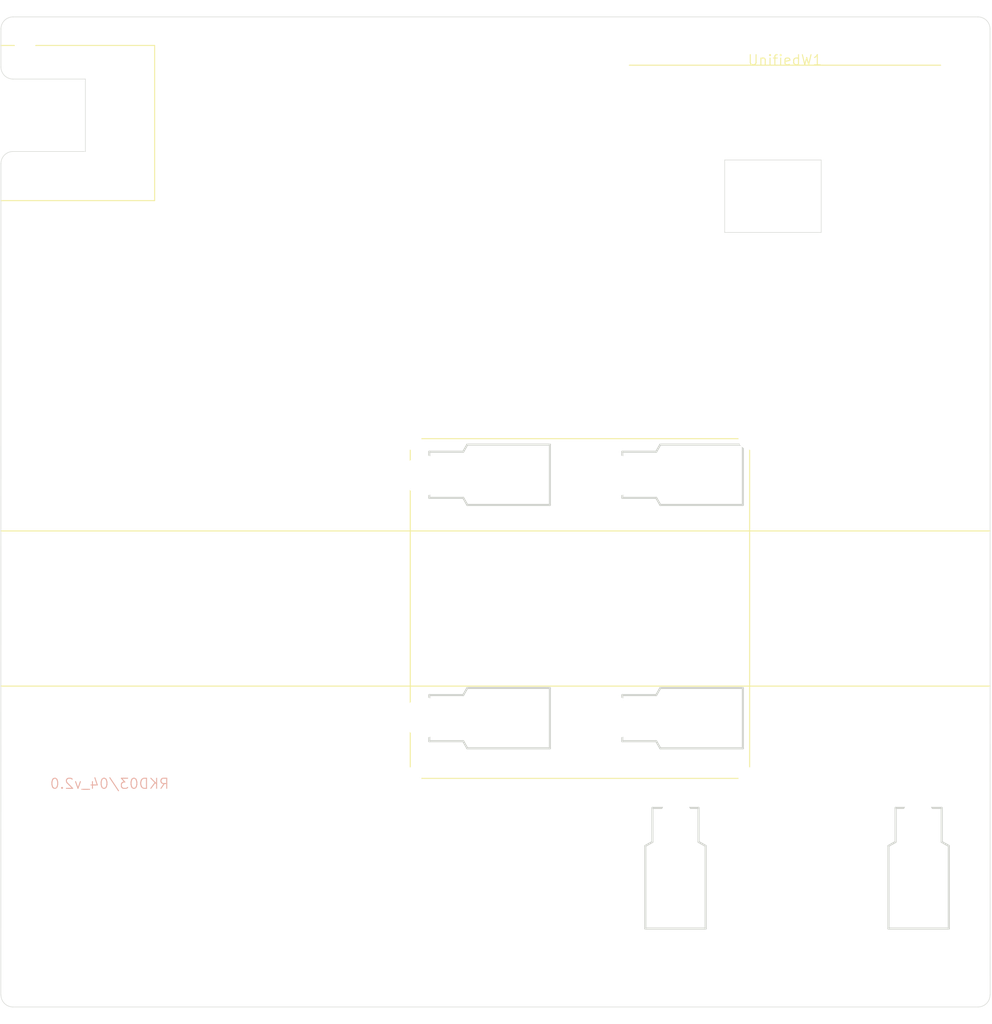
<source format=kicad_pcb>
(kicad_pcb (version 20240108) (generator "pcbnew") (generator_version "8.0")
  (layers (0 "F.Cu" signal) (31 "B.Cu" signal) (34 "B.Paste" user) (35 "F.Paste" user) (36 "B.SilkS" user "B.Silkscreen") (37 "F.SilkS" user "F.Silkscreen") (38 "B.Mask" user) (39 "F.Mask" user) (44 "Edge.Cuts" user))
  (net 0 "")
  (footprint "Rikkodo_FootPrint:rkd_SekiBall_ScrewHall" (layer "F.Cu") (at 100.012584 75.009438 90)
    (property "Reference" "REF**" (hide yes))
    (property "Value" "rkd_SekiBall_ScrewHall")
    (pad "" np_thru_hole oval (at -4.2 -5.1 90) (size 2.4 1.6) (drill oval 2.4 1.6) (layers "*.Cu" "*.Mask" "In1.Cu" "In2.Cu" "In3.Cu" "In4.Cu" "In5.Cu" "In6.Cu" "In7.Cu" "In8.Cu" "In9.Cu" "In10.Cu" "In11.Cu" "In12.Cu" "In13.Cu" "In14.Cu" "In15.Cu" "In16.Cu" "In17.Cu" "In18.Cu" "In19.Cu" "In20.Cu" "In21.Cu" "In22.Cu" "In23.Cu" "In24.Cu" "In25.Cu" "In26.Cu" "In27.Cu" "In28.Cu" "In29.Cu" "In30.Cu"))
    (pad "" np_thru_hole oval (at -4.2 5.1 90) (size 2.4 1.6) (drill oval 2.4 1.6) (layers "*.Cu" "*.Mask" "In1.Cu" "In2.Cu" "In3.Cu" "In4.Cu" "In5.Cu" "In6.Cu" "In7.Cu" "In8.Cu" "In9.Cu" "In10.Cu" "In11.Cu" "In12.Cu" "In13.Cu" "In14.Cu" "In15.Cu" "In16.Cu" "In17.Cu" "In18.Cu" "In19.Cu" "In20.Cu" "In21.Cu" "In22.Cu" "In23.Cu" "In24.Cu" "In25.Cu" "In26.Cu" "In27.Cu" "In28.Cu" "In29.Cu" "In30.Cu"))
    (pad "" np_thru_hole oval (at 4.2 -5.1 90) (size 2.4 1.6) (drill oval 2.4 1.6) (layers "*.Cu" "*.Mask" "In1.Cu" "In2.Cu" "In3.Cu" "In4.Cu" "In5.Cu" "In6.Cu" "In7.Cu" "In8.Cu" "In9.Cu" "In10.Cu" "In11.Cu" "In12.Cu" "In13.Cu" "In14.Cu" "In15.Cu" "In16.Cu" "In17.Cu" "In18.Cu" "In19.Cu" "In20.Cu" "In21.Cu" "In22.Cu" "In23.Cu" "In24.Cu" "In25.Cu" "In26.Cu" "In27.Cu" "In28.Cu" "In29.Cu" "In30.Cu"))
    (pad "" np_thru_hole oval (at 4.2 5.1 90) (size 2.4 1.6) (drill oval 2.4 1.6) (layers "*.Cu" "*.Mask" "In1.Cu" "In2.Cu" "In3.Cu" "In4.Cu" "In5.Cu" "In6.Cu" "In7.Cu" "In8.Cu" "In9.Cu" "In10.Cu" "In11.Cu" "In12.Cu" "In13.Cu" "In14.Cu" "In15.Cu" "In16.Cu" "In17.Cu" "In18.Cu" "In19.Cu" "In20.Cu" "In21.Cu" "In22.Cu" "In23.Cu" "In24.Cu" "In25.Cu" "In26.Cu" "In27.Cu" "In28.Cu" "In29.Cu" "In30.Cu"))
  )
  (footprint "kbd_Hole:m2_Screw_Hole" (layer "F.Cu") (at 138.1125 111.91875)
    (property "Reference" "Ref**")
    (property "Value" "Val**")
    (pad "" np_thru_hole circle (at 0 0) (size 2.2 2.2) (drill 2.2) (layers "*.Cu" "*.Mask" "In1.Cu" "In2.Cu" "In3.Cu" "In4.Cu" "In5.Cu" "In6.Cu" "In7.Cu" "In8.Cu" "In9.Cu" "In10.Cu" "In11.Cu" "In12.Cu" "In13.Cu" "In14.Cu" "In15.Cu" "In16.Cu" "In17.Cu" "In18.Cu" "In19.Cu" "In20.Cu" "In21.Cu" "In22.Cu" "In23.Cu" "In24.Cu" "In25.Cu" "In26.Cu" "In27.Cu" "In28.Cu" "In29.Cu" "In30.Cu"))
  )
  (footprint "Rikkodo_FootPrint:rkd_picot5400_BTM" (layer "F.Cu") (at 100.0125 75.009375)
    (property "Reference" "Picot1" (hide yes))
    (property "Value" "rkd_picot5400_BTM")
    (fp_line (start -16.75 -16.75) (end -16.75 16.75) (stroke (width 0.1)) (layer "F.SilkS"))
    (fp_line (start -16.75 -16.75) (end 16.75 -16.75) (stroke (width 0.1)) (layer "F.SilkS"))
    (fp_line (start -16.75 16.75) (end 16.75 16.75) (stroke (width 0.1)) (layer "F.SilkS"))
    (fp_line (start 16.75 16.75) (end 16.75 -16.75) (stroke (width 0.1)) (layer "F.SilkS"))
    (pad "" np_thru_hole circle (at -16.75 -16.75) (size 2.2 2.2) (drill 2.2) (layers "*.Cu" "*.Mask" "In1.Cu" "In2.Cu" "In3.Cu" "In4.Cu" "In5.Cu" "In6.Cu" "In7.Cu" "In8.Cu" "In9.Cu" "In10.Cu" "In11.Cu" "In12.Cu" "In13.Cu" "In14.Cu" "In15.Cu" "In16.Cu" "In17.Cu" "In18.Cu" "In19.Cu" "In20.Cu" "In21.Cu" "In22.Cu" "In23.Cu" "In24.Cu" "In25.Cu" "In26.Cu" "In27.Cu" "In28.Cu" "In29.Cu" "In30.Cu"))
    (pad "" np_thru_hole circle (at -16.75 16.75) (size 2.2 2.2) (drill 2.2) (layers "*.Cu" "*.Mask" "In1.Cu" "In2.Cu" "In3.Cu" "In4.Cu" "In5.Cu" "In6.Cu" "In7.Cu" "In8.Cu" "In9.Cu" "In10.Cu" "In11.Cu" "In12.Cu" "In13.Cu" "In14.Cu" "In15.Cu" "In16.Cu" "In17.Cu" "In18.Cu" "In19.Cu" "In20.Cu" "In21.Cu" "In22.Cu" "In23.Cu" "In24.Cu" "In25.Cu" "In26.Cu" "In27.Cu" "In28.Cu" "In29.Cu" "In30.Cu"))
    (pad "" np_thru_hole circle (at 16.75 -16.75) (size 2.2 2.2) (drill 2.2) (layers "*.Cu" "*.Mask" "In1.Cu" "In2.Cu" "In3.Cu" "In4.Cu" "In5.Cu" "In6.Cu" "In7.Cu" "In8.Cu" "In9.Cu" "In10.Cu" "In11.Cu" "In12.Cu" "In13.Cu" "In14.Cu" "In15.Cu" "In16.Cu" "In17.Cu" "In18.Cu" "In19.Cu" "In20.Cu" "In21.Cu" "In22.Cu" "In23.Cu" "In24.Cu" "In25.Cu" "In26.Cu" "In27.Cu" "In28.Cu" "In29.Cu" "In30.Cu"))
    (pad "" np_thru_hole circle (at 16.75 16.75) (size 2.2 2.2) (drill 2.2) (layers "*.Cu" "*.Mask" "In1.Cu" "In2.Cu" "In3.Cu" "In4.Cu" "In5.Cu" "In6.Cu" "In7.Cu" "In8.Cu" "In9.Cu" "In10.Cu" "In11.Cu" "In12.Cu" "In13.Cu" "In14.Cu" "In15.Cu" "In16.Cu" "In17.Cu" "In18.Cu" "In19.Cu" "In20.Cu" "In21.Cu" "In22.Cu" "In23.Cu" "In24.Cu" "In25.Cu" "In26.Cu" "In27.Cu" "In28.Cu" "In29.Cu" "In30.Cu"))
  )
  (footprint "kbd_SW:CherryMX_stab_2u" (layer "F.Cu") (at 73.81875 73.81875 -90)
    (property "Reference" "SW2" (hide yes))
    (property "Value" "KEY_SWITCH" (hide yes))
    (pad "" np_thru_hole circle (at -11.938 -6.985 90) (size 3.048 3.048) (drill 3.048) (layers "*.Cu" "*.Mask" "In1.Cu" "In2.Cu" "In3.Cu" "In4.Cu" "In5.Cu" "In6.Cu" "In7.Cu" "In8.Cu" "In9.Cu" "In10.Cu" "In11.Cu" "In12.Cu" "In13.Cu" "In14.Cu" "In15.Cu" "In16.Cu" "In17.Cu" "In18.Cu" "In19.Cu" "In20.Cu" "In21.Cu" "In22.Cu" "In23.Cu" "In24.Cu" "In25.Cu" "In26.Cu" "In27.Cu" "In28.Cu" "In29.Cu" "In30.Cu"))
    (pad "" np_thru_hole circle (at -11.938 8.255 90) (size 3.9878 3.9878) (drill 3.9878) (layers "*.Cu" "*.Mask" "In1.Cu" "In2.Cu" "In3.Cu" "In4.Cu" "In5.Cu" "In6.Cu" "In7.Cu" "In8.Cu" "In9.Cu" "In10.Cu" "In11.Cu" "In12.Cu" "In13.Cu" "In14.Cu" "In15.Cu" "In16.Cu" "In17.Cu" "In18.Cu" "In19.Cu" "In20.Cu" "In21.Cu" "In22.Cu" "In23.Cu" "In24.Cu" "In25.Cu" "In26.Cu" "In27.Cu" "In28.Cu" "In29.Cu" "In30.Cu"))
    (pad "" np_thru_hole circle (at 11.938 -6.985 90) (size 3.048 3.048) (drill 3.048) (layers "*.Cu" "*.Mask" "In1.Cu" "In2.Cu" "In3.Cu" "In4.Cu" "In5.Cu" "In6.Cu" "In7.Cu" "In8.Cu" "In9.Cu" "In10.Cu" "In11.Cu" "In12.Cu" "In13.Cu" "In14.Cu" "In15.Cu" "In16.Cu" "In17.Cu" "In18.Cu" "In19.Cu" "In20.Cu" "In21.Cu" "In22.Cu" "In23.Cu" "In24.Cu" "In25.Cu" "In26.Cu" "In27.Cu" "In28.Cu" "In29.Cu" "In30.Cu"))
    (pad "" np_thru_hole circle (at 11.938 8.255 90) (size 3.9878 3.9878) (drill 3.9878) (layers "*.Cu" "*.Mask" "In1.Cu" "In2.Cu" "In3.Cu" "In4.Cu" "In5.Cu" "In6.Cu" "In7.Cu" "In8.Cu" "In9.Cu" "In10.Cu" "In11.Cu" "In12.Cu" "In13.Cu" "In14.Cu" "In15.Cu" "In16.Cu" "In17.Cu" "In18.Cu" "In19.Cu" "In20.Cu" "In21.Cu" "In22.Cu" "In23.Cu" "In24.Cu" "In25.Cu" "In26.Cu" "In27.Cu" "In28.Cu" "In29.Cu" "In30.Cu"))
  )
  (footprint "kbd_SW:CherryMX_stab_2u" (layer "F.Cu") (at 64.2937 102.3938)
    (property "Reference" "SW1" (hide yes))
    (property "Value" "SW_PUSH" (hide yes))
    (pad "" np_thru_hole circle (at -11.938 -6.985 180) (size 3.048 3.048) (drill 3.048) (layers "*.Cu" "*.Mask" "In1.Cu" "In2.Cu" "In3.Cu" "In4.Cu" "In5.Cu" "In6.Cu" "In7.Cu" "In8.Cu" "In9.Cu" "In10.Cu" "In11.Cu" "In12.Cu" "In13.Cu" "In14.Cu" "In15.Cu" "In16.Cu" "In17.Cu" "In18.Cu" "In19.Cu" "In20.Cu" "In21.Cu" "In22.Cu" "In23.Cu" "In24.Cu" "In25.Cu" "In26.Cu" "In27.Cu" "In28.Cu" "In29.Cu" "In30.Cu"))
    (pad "" np_thru_hole circle (at -11.938 8.255 180) (size 3.9878 3.9878) (drill 3.9878) (layers "*.Cu" "*.Mask" "In1.Cu" "In2.Cu" "In3.Cu" "In4.Cu" "In5.Cu" "In6.Cu" "In7.Cu" "In8.Cu" "In9.Cu" "In10.Cu" "In11.Cu" "In12.Cu" "In13.Cu" "In14.Cu" "In15.Cu" "In16.Cu" "In17.Cu" "In18.Cu" "In19.Cu" "In20.Cu" "In21.Cu" "In22.Cu" "In23.Cu" "In24.Cu" "In25.Cu" "In26.Cu" "In27.Cu" "In28.Cu" "In29.Cu" "In30.Cu"))
    (pad "" np_thru_hole circle (at 11.938 -6.985 180) (size 3.048 3.048) (drill 3.048) (layers "*.Cu" "*.Mask" "In1.Cu" "In2.Cu" "In3.Cu" "In4.Cu" "In5.Cu" "In6.Cu" "In7.Cu" "In8.Cu" "In9.Cu" "In10.Cu" "In11.Cu" "In12.Cu" "In13.Cu" "In14.Cu" "In15.Cu" "In16.Cu" "In17.Cu" "In18.Cu" "In19.Cu" "In20.Cu" "In21.Cu" "In22.Cu" "In23.Cu" "In24.Cu" "In25.Cu" "In26.Cu" "In27.Cu" "In28.Cu" "In29.Cu" "In30.Cu"))
    (pad "" np_thru_hole circle (at 11.938 8.255 180) (size 3.9878 3.9878) (drill 3.9878) (layers "*.Cu" "*.Mask" "In1.Cu" "In2.Cu" "In3.Cu" "In4.Cu" "In5.Cu" "In6.Cu" "In7.Cu" "In8.Cu" "In9.Cu" "In10.Cu" "In11.Cu" "In12.Cu" "In13.Cu" "In14.Cu" "In15.Cu" "In16.Cu" "In17.Cu" "In18.Cu" "In19.Cu" "In20.Cu" "In21.Cu" "In22.Cu" "In23.Cu" "In24.Cu" "In25.Cu" "In26.Cu" "In27.Cu" "In28.Cu" "In29.Cu" "In30.Cu"))
  )
  (footprint "kbd_Hole:m2_Screw_Hole" (layer "F.Cu") (at 45.24375 111.91875)
    (property "Reference" "Ref**")
    (property "Value" "Val**")
    (pad "" np_thru_hole circle (at 0 0) (size 2.2 2.2) (drill 2.2) (layers "*.Cu" "*.Mask" "In1.Cu" "In2.Cu" "In3.Cu" "In4.Cu" "In5.Cu" "In6.Cu" "In7.Cu" "In8.Cu" "In9.Cu" "In10.Cu" "In11.Cu" "In12.Cu" "In13.Cu" "In14.Cu" "In15.Cu" "In16.Cu" "In17.Cu" "In18.Cu" "In19.Cu" "In20.Cu" "In21.Cu" "In22.Cu" "In23.Cu" "In24.Cu" "In25.Cu" "In26.Cu" "In27.Cu" "In28.Cu" "In29.Cu" "In30.Cu"))
  )
  (footprint "kbd_Hole:m2_Screw_Hole" (layer "F.Cu") (at 97.63125 19.05)
    (property "Reference" "Ref**")
    (property "Value" "Val**")
    (pad "" np_thru_hole circle (at 0 0) (size 2.2 2.2) (drill 2.2) (layers "*.Cu" "*.Mask" "In1.Cu" "In2.Cu" "In3.Cu" "In4.Cu" "In5.Cu" "In6.Cu" "In7.Cu" "In8.Cu" "In9.Cu" "In10.Cu" "In11.Cu" "In12.Cu" "In13.Cu" "In14.Cu" "In15.Cu" "In16.Cu" "In17.Cu" "In18.Cu" "In19.Cu" "In20.Cu" "In21.Cu" "In22.Cu" "In23.Cu" "In24.Cu" "In25.Cu" "In26.Cu" "In27.Cu" "In28.Cu" "In29.Cu" "In30.Cu"))
  )
  (footprint "Rikkodo_FootPrint:rkd_unified_wid_BTM" (layer "F.Cu") (at 120.253125 21.43125)
    (property "Reference" "UnifiedW1" (at 0 -0.5 0) (layer "F.SilkS") (effects (font (thickness 0.1))))
    (property "Value" "rkd_unified_wid_BTM" (hide yes))
    (fp_line (start 16.5 0) (end -16.5 0) (stroke (width 0.1)) (layer "F.SilkS"))
    (pad "" np_thru_hole circle (at -16.5 0) (size 2.2 2.2) (drill 2.2) (layers "*.Cu" "*.Mask" "In1.Cu" "In2.Cu" "In3.Cu" "In4.Cu" "In5.Cu" "In6.Cu" "In7.Cu" "In8.Cu" "In9.Cu" "In10.Cu" "In11.Cu" "In12.Cu" "In13.Cu" "In14.Cu" "In15.Cu" "In16.Cu" "In17.Cu" "In18.Cu" "In19.Cu" "In20.Cu" "In21.Cu" "In22.Cu" "In23.Cu" "In24.Cu" "In25.Cu" "In26.Cu" "In27.Cu" "In28.Cu" "In29.Cu" "In30.Cu"))
    (pad "" np_thru_hole circle (at 16.5 0) (size 2.2 2.2) (drill 2.2) (layers "*.Cu" "*.Mask" "In1.Cu" "In2.Cu" "In3.Cu" "In4.Cu" "In5.Cu" "In6.Cu" "In7.Cu" "In8.Cu" "In9.Cu" "In10.Cu" "In11.Cu" "In12.Cu" "In13.Cu" "In14.Cu" "In15.Cu" "In16.Cu" "In17.Cu" "In18.Cu" "In19.Cu" "In20.Cu" "In21.Cu" "In22.Cu" "In23.Cu" "In24.Cu" "In25.Cu" "In26.Cu" "In27.Cu" "In28.Cu" "In29.Cu" "In30.Cu"))
  )
  (footprint "Rikkodo_FootPrint:rkd_Bot_ChocV2_2u" (layer "F.Cu") (at 111.91875 73.81875 90)
    (property "Reference" "SW2" (hide yes))
    (property "Value" "KEY_SWITCH" (hide yes))
    (fp_line (start 9.725 -7.725) (end 14.275 -7.725) (stroke (width 0.2)) (layer "Edge.Cuts"))
    (fp_line (start -14.275 -7.725) (end -9.725 -7.725) (stroke (width 0.2)) (layer "Edge.Cuts"))
    (fp_line (start 14.275 -4.375) (end 14.275 -7.725) (stroke (width 0.2)) (layer "Edge.Cuts"))
    (fp_line (start 14.275 -4.375) (end 14.975 -3.975) (stroke (width 0.2)) (layer "Edge.Cuts"))
    (fp_line (start 9.725 -4.375) (end 9.725 -7.725) (stroke (width 0.2)) (layer "Edge.Cuts"))
    (fp_line (start 9.725 -4.375) (end 9.025 -3.975) (stroke (width 0.2)) (layer "Edge.Cuts"))
    (fp_line (start -9.725 -4.375) (end -9.725 -7.725) (stroke (width 0.2)) (layer "Edge.Cuts"))
    (fp_line (start -9.725 -4.375) (end -9.025 -3.975) (stroke (width 0.2)) (layer "Edge.Cuts"))
    (fp_line (start -14.275 -4.375) (end -14.275 -7.725) (stroke (width 0.2)) (layer "Edge.Cuts"))
    (fp_line (start -14.275 -4.375) (end -14.975 -3.975) (stroke (width 0.2)) (layer "Edge.Cuts"))
    (fp_line (start 14.975 -3.975) (end 14.975 4.175) (stroke (width 0.2)) (layer "Edge.Cuts"))
    (fp_line (start 9.025 -3.975) (end 9.025 4.175) (stroke (width 0.2)) (layer "Edge.Cuts"))
    (fp_line (start -9.025 -3.975) (end -9.025 4.175) (stroke (width 0.2)) (layer "Edge.Cuts"))
    (fp_line (start -14.975 -3.975) (end -14.975 4.175) (stroke (width 0.2)) (layer "Edge.Cuts"))
    (fp_line (start 14.975 4.175) (end 9.025 4.175) (stroke (width 0.2)) (layer "Edge.Cuts"))
    (fp_line (start -9.025 4.175) (end -14.975 4.175) (stroke (width 0.2)) (layer "Edge.Cuts"))
  )
  (footprint "kbd_Hole:m2_Screw_Hole" (layer "F.Cu") (at 45.24375 19.05)
    (property "Reference" "Ref**")
    (property "Value" "Val**")
    (pad "" np_thru_hole circle (at 0 0) (size 2.2 2.2) (drill 2.2) (layers "*.Cu" "*.Mask" "In1.Cu" "In2.Cu" "In3.Cu" "In4.Cu" "In5.Cu" "In6.Cu" "In7.Cu" "In8.Cu" "In9.Cu" "In10.Cu" "In11.Cu" "In12.Cu" "In13.Cu" "In14.Cu" "In15.Cu" "In16.Cu" "In17.Cu" "In18.Cu" "In19.Cu" "In20.Cu" "In21.Cu" "In22.Cu" "In23.Cu" "In24.Cu" "In25.Cu" "In26.Cu" "In27.Cu" "In28.Cu" "In29.Cu" "In30.Cu"))
  )
  (footprint "Rikkodo_FootPrint:rkd_Bot_ChocV2_2u" (layer "F.Cu") (at 92.86875 73.81875 90)
    (property "Reference" "SW2" (hide yes))
    (property "Value" "KEY_SWITCH" (hide yes))
    (fp_line (start 9.725 -7.725) (end 14.275 -7.725) (stroke (width 0.2)) (layer "Edge.Cuts"))
    (fp_line (start -14.275 -7.725) (end -9.725 -7.725) (stroke (width 0.2)) (layer "Edge.Cuts"))
    (fp_line (start 14.275 -4.375) (end 14.275 -7.725) (stroke (width 0.2)) (layer "Edge.Cuts"))
    (fp_line (start 14.275 -4.375) (end 14.975 -3.975) (stroke (width 0.2)) (layer "Edge.Cuts"))
    (fp_line (start 9.725 -4.375) (end 9.725 -7.725) (stroke (width 0.2)) (layer "Edge.Cuts"))
    (fp_line (start 9.725 -4.375) (end 9.025 -3.975) (stroke (width 0.2)) (layer "Edge.Cuts"))
    (fp_line (start -9.725 -4.375) (end -9.725 -7.725) (stroke (width 0.2)) (layer "Edge.Cuts"))
    (fp_line (start -9.725 -4.375) (end -9.025 -3.975) (stroke (width 0.2)) (layer "Edge.Cuts"))
    (fp_line (start -14.275 -4.375) (end -14.275 -7.725) (stroke (width 0.2)) (layer "Edge.Cuts"))
    (fp_line (start -14.275 -4.375) (end -14.975 -3.975) (stroke (width 0.2)) (layer "Edge.Cuts"))
    (fp_line (start 14.975 -3.975) (end 14.975 4.175) (stroke (width 0.2)) (layer "Edge.Cuts"))
    (fp_line (start 9.025 -3.975) (end 9.025 4.175) (stroke (width 0.2)) (layer "Edge.Cuts"))
    (fp_line (start -9.025 -3.975) (end -9.025 4.175) (stroke (width 0.2)) (layer "Edge.Cuts"))
    (fp_line (start -14.975 -3.975) (end -14.975 4.175) (stroke (width 0.2)) (layer "Edge.Cuts"))
    (fp_line (start 14.975 4.175) (end 9.025 4.175) (stroke (width 0.2)) (layer "Edge.Cuts"))
    (fp_line (start -9.025 4.175) (end -14.975 4.175) (stroke (width 0.2)) (layer "Edge.Cuts"))
  )
  (footprint "Rikkodo_FootPrint:rkd_SekiBall_ScrewHall" (layer "F.Cu") (at 130.96886 31.551589 90)
    (property "Reference" "REF**" (hide yes))
    (property "Value" "rkd_SekiBall_ScrewHall")
    (pad "" np_thru_hole oval (at -4.2 -5.1 90) (size 2.4 1.6) (drill oval 2.4 1.6) (layers "*.Cu" "*.Mask" "In1.Cu" "In2.Cu" "In3.Cu" "In4.Cu" "In5.Cu" "In6.Cu" "In7.Cu" "In8.Cu" "In9.Cu" "In10.Cu" "In11.Cu" "In12.Cu" "In13.Cu" "In14.Cu" "In15.Cu" "In16.Cu" "In17.Cu" "In18.Cu" "In19.Cu" "In20.Cu" "In21.Cu" "In22.Cu" "In23.Cu" "In24.Cu" "In25.Cu" "In26.Cu" "In27.Cu" "In28.Cu" "In29.Cu" "In30.Cu"))
    (pad "" np_thru_hole oval (at -4.2 5.1 90) (size 2.4 1.6) (drill oval 2.4 1.6) (layers "*.Cu" "*.Mask" "In1.Cu" "In2.Cu" "In3.Cu" "In4.Cu" "In5.Cu" "In6.Cu" "In7.Cu" "In8.Cu" "In9.Cu" "In10.Cu" "In11.Cu" "In12.Cu" "In13.Cu" "In14.Cu" "In15.Cu" "In16.Cu" "In17.Cu" "In18.Cu" "In19.Cu" "In20.Cu" "In21.Cu" "In22.Cu" "In23.Cu" "In24.Cu" "In25.Cu" "In26.Cu" "In27.Cu" "In28.Cu" "In29.Cu" "In30.Cu"))
    (pad "" np_thru_hole oval (at 4.2 -5.1 90) (size 2.4 1.6) (drill oval 2.4 1.6) (layers "*.Cu" "*.Mask" "In1.Cu" "In2.Cu" "In3.Cu" "In4.Cu" "In5.Cu" "In6.Cu" "In7.Cu" "In8.Cu" "In9.Cu" "In10.Cu" "In11.Cu" "In12.Cu" "In13.Cu" "In14.Cu" "In15.Cu" "In16.Cu" "In17.Cu" "In18.Cu" "In19.Cu" "In20.Cu" "In21.Cu" "In22.Cu" "In23.Cu" "In24.Cu" "In25.Cu" "In26.Cu" "In27.Cu" "In28.Cu" "In29.Cu" "In30.Cu"))
    (pad "" np_thru_hole oval (at 4.2 5.1 90) (size 2.4 1.6) (drill oval 2.4 1.6) (layers "*.Cu" "*.Mask" "In1.Cu" "In2.Cu" "In3.Cu" "In4.Cu" "In5.Cu" "In6.Cu" "In7.Cu" "In8.Cu" "In9.Cu" "In10.Cu" "In11.Cu" "In12.Cu" "In13.Cu" "In14.Cu" "In15.Cu" "In16.Cu" "In17.Cu" "In18.Cu" "In19.Cu" "In20.Cu" "In21.Cu" "In22.Cu" "In23.Cu" "In24.Cu" "In25.Cu" "In26.Cu" "In27.Cu" "In28.Cu" "In29.Cu" "In30.Cu"))
  )
  (footprint "Rikkodo_FootPrint:rkd_Bot_ChocV2_2u" (layer "F.Cu") (at 121.44375 102.39375)
    (property "Reference" "SW2" (hide yes))
    (property "Value" "KEY_SWITCH" (hide yes))
    (fp_line (start -14.975 -3.975) (end -14.975 4.175) (stroke (width 0.2)) (layer "Edge.Cuts"))
    (fp_line (start -14.275 -7.725) (end -9.725 -7.725) (stroke (width 0.2)) (layer "Edge.Cuts"))
    (fp_line (start -14.275 -4.375) (end -14.975 -3.975) (stroke (width 0.2)) (layer "Edge.Cuts"))
    (fp_line (start -14.275 -4.375) (end -14.275 -7.725) (stroke (width 0.2)) (layer "Edge.Cuts"))
    (fp_line (start -9.725 -4.375) (end -9.725 -7.725) (stroke (width 0.2)) (layer "Edge.Cuts"))
    (fp_line (start -9.725 -4.375) (end -9.025 -3.975) (stroke (width 0.2)) (layer "Edge.Cuts"))
    (fp_line (start -9.025 -3.975) (end -9.025 4.175) (stroke (width 0.2)) (layer "Edge.Cuts"))
    (fp_line (start -9.025 4.175) (end -14.975 4.175) (stroke (width 0.2)) (layer "Edge.Cuts"))
    (fp_line (start 9.025 -3.975) (end 9.025 4.175) (stroke (width 0.2)) (layer "Edge.Cuts"))
    (fp_line (start 9.725 -7.725) (end 14.275 -7.725) (stroke (width 0.2)) (layer "Edge.Cuts"))
    (fp_line (start 9.725 -4.375) (end 9.025 -3.975) (stroke (width 0.2)) (layer "Edge.Cuts"))
    (fp_line (start 9.725 -4.375) (end 9.725 -7.725) (stroke (width 0.2)) (layer "Edge.Cuts"))
    (fp_line (start 14.275 -4.375) (end 14.275 -7.725) (stroke (width 0.2)) (layer "Edge.Cuts"))
    (fp_line (start 14.275 -4.375) (end 14.975 -3.975) (stroke (width 0.2)) (layer "Edge.Cuts"))
    (fp_line (start 14.975 -3.975) (end 14.975 4.175) (stroke (width 0.2)) (layer "Edge.Cuts"))
    (fp_line (start 14.975 4.175) (end 9.025 4.175) (stroke (width 0.2)) (layer "Edge.Cuts"))
  )
  (footprint "Rikkodo_FootPrint:rkd_SekiBall_ScrewHall" (layer "F.Cu") (at 100.012584 75.009375)
    (property "Reference" "REF**" (hide yes))
    (property "Value" "rkd_SekiBall_ScrewHall")
    (pad "" np_thru_hole oval (at -4.2 -5.1) (size 2.4 1.6) (drill oval 2.4 1.6) (layers "*.Cu" "*.Mask" "In1.Cu" "In2.Cu" "In3.Cu" "In4.Cu" "In5.Cu" "In6.Cu" "In7.Cu" "In8.Cu" "In9.Cu" "In10.Cu" "In11.Cu" "In12.Cu" "In13.Cu" "In14.Cu" "In15.Cu" "In16.Cu" "In17.Cu" "In18.Cu" "In19.Cu" "In20.Cu" "In21.Cu" "In22.Cu" "In23.Cu" "In24.Cu" "In25.Cu" "In26.Cu" "In27.Cu" "In28.Cu" "In29.Cu" "In30.Cu"))
    (pad "" np_thru_hole oval (at -4.2 5.1) (size 2.4 1.6) (drill oval 2.4 1.6) (layers "*.Cu" "*.Mask" "In1.Cu" "In2.Cu" "In3.Cu" "In4.Cu" "In5.Cu" "In6.Cu" "In7.Cu" "In8.Cu" "In9.Cu" "In10.Cu" "In11.Cu" "In12.Cu" "In13.Cu" "In14.Cu" "In15.Cu" "In16.Cu" "In17.Cu" "In18.Cu" "In19.Cu" "In20.Cu" "In21.Cu" "In22.Cu" "In23.Cu" "In24.Cu" "In25.Cu" "In26.Cu" "In27.Cu" "In28.Cu" "In29.Cu" "In30.Cu"))
    (pad "" np_thru_hole oval (at 4.2 -5.1) (size 2.4 1.6) (drill oval 2.4 1.6) (layers "*.Cu" "*.Mask" "In1.Cu" "In2.Cu" "In3.Cu" "In4.Cu" "In5.Cu" "In6.Cu" "In7.Cu" "In8.Cu" "In9.Cu" "In10.Cu" "In11.Cu" "In12.Cu" "In13.Cu" "In14.Cu" "In15.Cu" "In16.Cu" "In17.Cu" "In18.Cu" "In19.Cu" "In20.Cu" "In21.Cu" "In22.Cu" "In23.Cu" "In24.Cu" "In25.Cu" "In26.Cu" "In27.Cu" "In28.Cu" "In29.Cu" "In30.Cu"))
    (pad "" np_thru_hole oval (at 4.2 5.1) (size 2.4 1.6) (drill oval 2.4 1.6) (layers "*.Cu" "*.Mask" "In1.Cu" "In2.Cu" "In3.Cu" "In4.Cu" "In5.Cu" "In6.Cu" "In7.Cu" "In8.Cu" "In9.Cu" "In10.Cu" "In11.Cu" "In12.Cu" "In13.Cu" "In14.Cu" "In15.Cu" "In16.Cu" "In17.Cu" "In18.Cu" "In19.Cu" "In20.Cu" "In21.Cu" "In22.Cu" "In23.Cu" "In24.Cu" "In25.Cu" "In26.Cu" "In27.Cu" "In28.Cu" "In29.Cu" "In30.Cu"))
  )
  (footprint "kbd_SW:CherryMX_stab_2u" (layer "F.Cu") (at 130.96875 73.81875 -90)
    (property "Reference" "SW2" (hide yes))
    (property "Value" "KEY_SWITCH" (hide yes))
    (pad "" np_thru_hole circle (at -11.938 -6.985 90) (size 3.048 3.048) (drill 3.048) (layers "*.Cu" "*.Mask" "In1.Cu" "In2.Cu" "In3.Cu" "In4.Cu" "In5.Cu" "In6.Cu" "In7.Cu" "In8.Cu" "In9.Cu" "In10.Cu" "In11.Cu" "In12.Cu" "In13.Cu" "In14.Cu" "In15.Cu" "In16.Cu" "In17.Cu" "In18.Cu" "In19.Cu" "In20.Cu" "In21.Cu" "In22.Cu" "In23.Cu" "In24.Cu" "In25.Cu" "In26.Cu" "In27.Cu" "In28.Cu" "In29.Cu" "In30.Cu"))
    (pad "" np_thru_hole circle (at -11.938 8.255 90) (size 3.9878 3.9878) (drill 3.9878) (layers "*.Cu" "*.Mask" "In1.Cu" "In2.Cu" "In3.Cu" "In4.Cu" "In5.Cu" "In6.Cu" "In7.Cu" "In8.Cu" "In9.Cu" "In10.Cu" "In11.Cu" "In12.Cu" "In13.Cu" "In14.Cu" "In15.Cu" "In16.Cu" "In17.Cu" "In18.Cu" "In19.Cu" "In20.Cu" "In21.Cu" "In22.Cu" "In23.Cu" "In24.Cu" "In25.Cu" "In26.Cu" "In27.Cu" "In28.Cu" "In29.Cu" "In30.Cu"))
    (pad "" np_thru_hole circle (at 11.938 -6.985 90) (size 3.048 3.048) (drill 3.048) (layers "*.Cu" "*.Mask" "In1.Cu" "In2.Cu" "In3.Cu" "In4.Cu" "In5.Cu" "In6.Cu" "In7.Cu" "In8.Cu" "In9.Cu" "In10.Cu" "In11.Cu" "In12.Cu" "In13.Cu" "In14.Cu" "In15.Cu" "In16.Cu" "In17.Cu" "In18.Cu" "In19.Cu" "In20.Cu" "In21.Cu" "In22.Cu" "In23.Cu" "In24.Cu" "In25.Cu" "In26.Cu" "In27.Cu" "In28.Cu" "In29.Cu" "In30.Cu"))
    (pad "" np_thru_hole circle (at 11.938 8.255 90) (size 3.9878 3.9878) (drill 3.9878) (layers "*.Cu" "*.Mask" "In1.Cu" "In2.Cu" "In3.Cu" "In4.Cu" "In5.Cu" "In6.Cu" "In7.Cu" "In8.Cu" "In9.Cu" "In10.Cu" "In11.Cu" "In12.Cu" "In13.Cu" "In14.Cu" "In15.Cu" "In16.Cu" "In17.Cu" "In18.Cu" "In19.Cu" "In20.Cu" "In21.Cu" "In22.Cu" "In23.Cu" "In24.Cu" "In25.Cu" "In26.Cu" "In27.Cu" "In28.Cu" "In29.Cu" "In30.Cu"))
  )
  (footprint "kbd_SW:CherryMX_stab_2u" (layer "F.Cu") (at 54.76875 73.81875 -90)
    (property "Reference" "SW2" (hide yes))
    (property "Value" "KEY_SWITCH" (hide yes))
    (pad "" np_thru_hole circle (at -11.938 -6.985 90) (size 3.048 3.048) (drill 3.048) (layers "*.Cu" "*.Mask" "In1.Cu" "In2.Cu" "In3.Cu" "In4.Cu" "In5.Cu" "In6.Cu" "In7.Cu" "In8.Cu" "In9.Cu" "In10.Cu" "In11.Cu" "In12.Cu" "In13.Cu" "In14.Cu" "In15.Cu" "In16.Cu" "In17.Cu" "In18.Cu" "In19.Cu" "In20.Cu" "In21.Cu" "In22.Cu" "In23.Cu" "In24.Cu" "In25.Cu" "In26.Cu" "In27.Cu" "In28.Cu" "In29.Cu" "In30.Cu"))
    (pad "" np_thru_hole circle (at -11.938 8.255 90) (size 3.9878 3.9878) (drill 3.9878) (layers "*.Cu" "*.Mask" "In1.Cu" "In2.Cu" "In3.Cu" "In4.Cu" "In5.Cu" "In6.Cu" "In7.Cu" "In8.Cu" "In9.Cu" "In10.Cu" "In11.Cu" "In12.Cu" "In13.Cu" "In14.Cu" "In15.Cu" "In16.Cu" "In17.Cu" "In18.Cu" "In19.Cu" "In20.Cu" "In21.Cu" "In22.Cu" "In23.Cu" "In24.Cu" "In25.Cu" "In26.Cu" "In27.Cu" "In28.Cu" "In29.Cu" "In30.Cu"))
    (pad "" np_thru_hole circle (at 11.938 -6.985 90) (size 3.048 3.048) (drill 3.048) (layers "*.Cu" "*.Mask" "In1.Cu" "In2.Cu" "In3.Cu" "In4.Cu" "In5.Cu" "In6.Cu" "In7.Cu" "In8.Cu" "In9.Cu" "In10.Cu" "In11.Cu" "In12.Cu" "In13.Cu" "In14.Cu" "In15.Cu" "In16.Cu" "In17.Cu" "In18.Cu" "In19.Cu" "In20.Cu" "In21.Cu" "In22.Cu" "In23.Cu" "In24.Cu" "In25.Cu" "In26.Cu" "In27.Cu" "In28.Cu" "In29.Cu" "In30.Cu"))
    (pad "" np_thru_hole circle (at 11.938 8.255 90) (size 3.9878 3.9878) (drill 3.9878) (layers "*.Cu" "*.Mask" "In1.Cu" "In2.Cu" "In3.Cu" "In4.Cu" "In5.Cu" "In6.Cu" "In7.Cu" "In8.Cu" "In9.Cu" "In10.Cu" "In11.Cu" "In12.Cu" "In13.Cu" "In14.Cu" "In15.Cu" "In16.Cu" "In17.Cu" "In18.Cu" "In19.Cu" "In20.Cu" "In21.Cu" "In22.Cu" "In23.Cu" "In24.Cu" "In25.Cu" "In26.Cu" "In27.Cu" "In28.Cu" "In29.Cu" "In30.Cu"))
  )
  (footprint "kbd_SW:CherryMX_stab_2u" (layer "F.Cu") (at 92.86875 73.81875 -90)
    (property "Reference" "SW2" (hide yes))
    (property "Value" "KEY_SWITCH" (hide yes))
    (pad "" np_thru_hole circle (at -11.938 -6.985 90) (size 3.048 3.048) (drill 3.048) (layers "*.Cu" "*.Mask" "In1.Cu" "In2.Cu" "In3.Cu" "In4.Cu" "In5.Cu" "In6.Cu" "In7.Cu" "In8.Cu" "In9.Cu" "In10.Cu" "In11.Cu" "In12.Cu" "In13.Cu" "In14.Cu" "In15.Cu" "In16.Cu" "In17.Cu" "In18.Cu" "In19.Cu" "In20.Cu" "In21.Cu" "In22.Cu" "In23.Cu" "In24.Cu" "In25.Cu" "In26.Cu" "In27.Cu" "In28.Cu" "In29.Cu" "In30.Cu"))
    (pad "" np_thru_hole circle (at -11.938 8.255 90) (size 3.9878 3.9878) (drill 3.9878) (layers "*.Cu" "*.Mask" "In1.Cu" "In2.Cu" "In3.Cu" "In4.Cu" "In5.Cu" "In6.Cu" "In7.Cu" "In8.Cu" "In9.Cu" "In10.Cu" "In11.Cu" "In12.Cu" "In13.Cu" "In14.Cu" "In15.Cu" "In16.Cu" "In17.Cu" "In18.Cu" "In19.Cu" "In20.Cu" "In21.Cu" "In22.Cu" "In23.Cu" "In24.Cu" "In25.Cu" "In26.Cu" "In27.Cu" "In28.Cu" "In29.Cu" "In30.Cu"))
    (pad "" np_thru_hole circle (at 11.938 -6.985 90) (size 3.048 3.048) (drill 3.048) (layers "*.Cu" "*.Mask" "In1.Cu" "In2.Cu" "In3.Cu" "In4.Cu" "In5.Cu" "In6.Cu" "In7.Cu" "In8.Cu" "In9.Cu" "In10.Cu" "In11.Cu" "In12.Cu" "In13.Cu" "In14.Cu" "In15.Cu" "In16.Cu" "In17.Cu" "In18.Cu" "In19.Cu" "In20.Cu" "In21.Cu" "In22.Cu" "In23.Cu" "In24.Cu" "In25.Cu" "In26.Cu" "In27.Cu" "In28.Cu" "In29.Cu" "In30.Cu"))
    (pad "" np_thru_hole circle (at 11.938 8.255 90) (size 3.9878 3.9878) (drill 3.9878) (layers "*.Cu" "*.Mask" "In1.Cu" "In2.Cu" "In3.Cu" "In4.Cu" "In5.Cu" "In6.Cu" "In7.Cu" "In8.Cu" "In9.Cu" "In10.Cu" "In11.Cu" "In12.Cu" "In13.Cu" "In14.Cu" "In15.Cu" "In16.Cu" "In17.Cu" "In18.Cu" "In19.Cu" "In20.Cu" "In21.Cu" "In22.Cu" "In23.Cu" "In24.Cu" "In25.Cu" "In26.Cu" "In27.Cu" "In28.Cu" "In29.Cu" "In30.Cu"))
  )
  (footprint "kbd_Hole:m2_Screw_Hole" (layer "F.Cu") (at 45.24375 47.625)
    (property "Reference" "Ref**")
    (property "Value" "Val**")
    (pad "" np_thru_hole circle (at 0 0) (size 2.2 2.2) (drill 2.2) (layers "*.Cu" "*.Mask" "In1.Cu" "In2.Cu" "In3.Cu" "In4.Cu" "In5.Cu" "In6.Cu" "In7.Cu" "In8.Cu" "In9.Cu" "In10.Cu" "In11.Cu" "In12.Cu" "In13.Cu" "In14.Cu" "In15.Cu" "In16.Cu" "In17.Cu" "In18.Cu" "In19.Cu" "In20.Cu" "In21.Cu" "In22.Cu" "In23.Cu" "In24.Cu" "In25.Cu" "In26.Cu" "In27.Cu" "In28.Cu" "In29.Cu" "In30.Cu"))
  )
  (footprint "kbd_SW:CherryMX_stab_2u" (layer "F.Cu") (at 111.91875 73.81875 -90)
    (property "Reference" "SW2" (hide yes))
    (property "Value" "KEY_SWITCH" (hide yes))
    (pad "" np_thru_hole circle (at -11.938 -6.985 90) (size 3.048 3.048) (drill 3.048) (layers "*.Cu" "*.Mask" "In1.Cu" "In2.Cu" "In3.Cu" "In4.Cu" "In5.Cu" "In6.Cu" "In7.Cu" "In8.Cu" "In9.Cu" "In10.Cu" "In11.Cu" "In12.Cu" "In13.Cu" "In14.Cu" "In15.Cu" "In16.Cu" "In17.Cu" "In18.Cu" "In19.Cu" "In20.Cu" "In21.Cu" "In22.Cu" "In23.Cu" "In24.Cu" "In25.Cu" "In26.Cu" "In27.Cu" "In28.Cu" "In29.Cu" "In30.Cu"))
    (pad "" np_thru_hole circle (at -11.938 8.255 90) (size 3.9878 3.9878) (drill 3.9878) (layers "*.Cu" "*.Mask" "In1.Cu" "In2.Cu" "In3.Cu" "In4.Cu" "In5.Cu" "In6.Cu" "In7.Cu" "In8.Cu" "In9.Cu" "In10.Cu" "In11.Cu" "In12.Cu" "In13.Cu" "In14.Cu" "In15.Cu" "In16.Cu" "In17.Cu" "In18.Cu" "In19.Cu" "In20.Cu" "In21.Cu" "In22.Cu" "In23.Cu" "In24.Cu" "In25.Cu" "In26.Cu" "In27.Cu" "In28.Cu" "In29.Cu" "In30.Cu"))
    (pad "" np_thru_hole circle (at 11.938 -6.985 90) (size 3.048 3.048) (drill 3.048) (layers "*.Cu" "*.Mask" "In1.Cu" "In2.Cu" "In3.Cu" "In4.Cu" "In5.Cu" "In6.Cu" "In7.Cu" "In8.Cu" "In9.Cu" "In10.Cu" "In11.Cu" "In12.Cu" "In13.Cu" "In14.Cu" "In15.Cu" "In16.Cu" "In17.Cu" "In18.Cu" "In19.Cu" "In20.Cu" "In21.Cu" "In22.Cu" "In23.Cu" "In24.Cu" "In25.Cu" "In26.Cu" "In27.Cu" "In28.Cu" "In29.Cu" "In30.Cu"))
    (pad "" np_thru_hole circle (at 11.938 8.255 90) (size 3.9878 3.9878) (drill 3.9878) (layers "*.Cu" "*.Mask" "In1.Cu" "In2.Cu" "In3.Cu" "In4.Cu" "In5.Cu" "In6.Cu" "In7.Cu" "In8.Cu" "In9.Cu" "In10.Cu" "In11.Cu" "In12.Cu" "In13.Cu" "In14.Cu" "In15.Cu" "In16.Cu" "In17.Cu" "In18.Cu" "In19.Cu" "In20.Cu" "In21.Cu" "In22.Cu" "In23.Cu" "In24.Cu" "In25.Cu" "In26.Cu" "In27.Cu" "In28.Cu" "In29.Cu" "In30.Cu"))
  )
  (footprint "Rikkodo_FootPrint:rkd_SekiBall_ScrewHall" (layer "F.Cu") (at 130.96886 31.551589)
    (property "Reference" "REF**" (hide yes))
    (property "Value" "rkd_SekiBall_ScrewHall")
    (pad "" np_thru_hole oval (at -4.2 -5.1) (size 2.4 1.6) (drill oval 2.4 1.6) (layers "*.Cu" "*.Mask" "In1.Cu" "In2.Cu" "In3.Cu" "In4.Cu" "In5.Cu" "In6.Cu" "In7.Cu" "In8.Cu" "In9.Cu" "In10.Cu" "In11.Cu" "In12.Cu" "In13.Cu" "In14.Cu" "In15.Cu" "In16.Cu" "In17.Cu" "In18.Cu" "In19.Cu" "In20.Cu" "In21.Cu" "In22.Cu" "In23.Cu" "In24.Cu" "In25.Cu" "In26.Cu" "In27.Cu" "In28.Cu" "In29.Cu" "In30.Cu"))
    (pad "" np_thru_hole oval (at -4.2 5.1) (size 2.4 1.6) (drill oval 2.4 1.6) (layers "*.Cu" "*.Mask" "In1.Cu" "In2.Cu" "In3.Cu" "In4.Cu" "In5.Cu" "In6.Cu" "In7.Cu" "In8.Cu" "In9.Cu" "In10.Cu" "In11.Cu" "In12.Cu" "In13.Cu" "In14.Cu" "In15.Cu" "In16.Cu" "In17.Cu" "In18.Cu" "In19.Cu" "In20.Cu" "In21.Cu" "In22.Cu" "In23.Cu" "In24.Cu" "In25.Cu" "In26.Cu" "In27.Cu" "In28.Cu" "In29.Cu" "In30.Cu"))
    (pad "" np_thru_hole oval (at 4.2 -5.1) (size 2.4 1.6) (drill oval 2.4 1.6) (layers "*.Cu" "*.Mask" "In1.Cu" "In2.Cu" "In3.Cu" "In4.Cu" "In5.Cu" "In6.Cu" "In7.Cu" "In8.Cu" "In9.Cu" "In10.Cu" "In11.Cu" "In12.Cu" "In13.Cu" "In14.Cu" "In15.Cu" "In16.Cu" "In17.Cu" "In18.Cu" "In19.Cu" "In20.Cu" "In21.Cu" "In22.Cu" "In23.Cu" "In24.Cu" "In25.Cu" "In26.Cu" "In27.Cu" "In28.Cu" "In29.Cu" "In30.Cu"))
    (pad "" np_thru_hole oval (at 4.2 5.1) (size 2.4 1.6) (drill oval 2.4 1.6) (layers "*.Cu" "*.Mask" "In1.Cu" "In2.Cu" "In3.Cu" "In4.Cu" "In5.Cu" "In6.Cu" "In7.Cu" "In8.Cu" "In9.Cu" "In10.Cu" "In11.Cu" "In12.Cu" "In13.Cu" "In14.Cu" "In15.Cu" "In16.Cu" "In17.Cu" "In18.Cu" "In19.Cu" "In20.Cu" "In21.Cu" "In22.Cu" "In23.Cu" "In24.Cu" "In25.Cu" "In26.Cu" "In27.Cu" "In28.Cu" "In29.Cu" "In30.Cu"))
  )
  (footprint "kbd_SW:CherryMX_stab_2u" (layer "F.Cu") (at 121.4437 102.3938)
    (property "Reference" "SW5" (hide yes))
    (property "Value" "SW_Push" (hide yes))
    (pad "" np_thru_hole circle (at -11.938 -6.985 180) (size 3.048 3.048) (drill 3.048) (layers "*.Cu" "*.Mask" "In1.Cu" "In2.Cu" "In3.Cu" "In4.Cu" "In5.Cu" "In6.Cu" "In7.Cu" "In8.Cu" "In9.Cu" "In10.Cu" "In11.Cu" "In12.Cu" "In13.Cu" "In14.Cu" "In15.Cu" "In16.Cu" "In17.Cu" "In18.Cu" "In19.Cu" "In20.Cu" "In21.Cu" "In22.Cu" "In23.Cu" "In24.Cu" "In25.Cu" "In26.Cu" "In27.Cu" "In28.Cu" "In29.Cu" "In30.Cu"))
    (pad "" np_thru_hole circle (at -11.938 8.255 180) (size 3.9878 3.9878) (drill 3.9878) (layers "*.Cu" "*.Mask" "In1.Cu" "In2.Cu" "In3.Cu" "In4.Cu" "In5.Cu" "In6.Cu" "In7.Cu" "In8.Cu" "In9.Cu" "In10.Cu" "In11.Cu" "In12.Cu" "In13.Cu" "In14.Cu" "In15.Cu" "In16.Cu" "In17.Cu" "In18.Cu" "In19.Cu" "In20.Cu" "In21.Cu" "In22.Cu" "In23.Cu" "In24.Cu" "In25.Cu" "In26.Cu" "In27.Cu" "In28.Cu" "In29.Cu" "In30.Cu"))
    (pad "" np_thru_hole circle (at 11.938 -6.985 180) (size 3.048 3.048) (drill 3.048) (layers "*.Cu" "*.Mask" "In1.Cu" "In2.Cu" "In3.Cu" "In4.Cu" "In5.Cu" "In6.Cu" "In7.Cu" "In8.Cu" "In9.Cu" "In10.Cu" "In11.Cu" "In12.Cu" "In13.Cu" "In14.Cu" "In15.Cu" "In16.Cu" "In17.Cu" "In18.Cu" "In19.Cu" "In20.Cu" "In21.Cu" "In22.Cu" "In23.Cu" "In24.Cu" "In25.Cu" "In26.Cu" "In27.Cu" "In28.Cu" "In29.Cu" "In30.Cu"))
    (pad "" np_thru_hole circle (at 11.938 8.255 180) (size 3.9878 3.9878) (drill 3.9878) (layers "*.Cu" "*.Mask" "In1.Cu" "In2.Cu" "In3.Cu" "In4.Cu" "In5.Cu" "In6.Cu" "In7.Cu" "In8.Cu" "In9.Cu" "In10.Cu" "In11.Cu" "In12.Cu" "In13.Cu" "In14.Cu" "In15.Cu" "In16.Cu" "In17.Cu" "In18.Cu" "In19.Cu" "In20.Cu" "In21.Cu" "In22.Cu" "In23.Cu" "In24.Cu" "In25.Cu" "In26.Cu" "In27.Cu" "In28.Cu" "In29.Cu" "In30.Cu"))
  )
  (footprint "kbd_Hole:m2_Screw_Hole" (layer "F.Cu") (at 138.1125 47.625)
    (property "Reference" "Ref**")
    (property "Value" "Val**")
    (pad "" np_thru_hole circle (at 0 0) (size 2.2 2.2) (drill 2.2) (layers "*.Cu" "*.Mask" "In1.Cu" "In2.Cu" "In3.Cu" "In4.Cu" "In5.Cu" "In6.Cu" "In7.Cu" "In8.Cu" "In9.Cu" "In10.Cu" "In11.Cu" "In12.Cu" "In13.Cu" "In14.Cu" "In15.Cu" "In16.Cu" "In17.Cu" "In18.Cu" "In19.Cu" "In20.Cu" "In21.Cu" "In22.Cu" "In23.Cu" "In24.Cu" "In25.Cu" "In26.Cu" "In27.Cu" "In28.Cu" "In29.Cu" "In30.Cu"))
  )
  (footprint "Rikkodo_FootPrint:rkd_Point_Screw_Hall" (layer "F.Cu") (at 130.96875 30.95625)
    (property "Reference" "Point1" (hide yes))
    (property "Value" "PointScrewHall" (hide yes))
    (pad "" np_thru_hole circle (at -7.25 -12) (size 2.2 2.2) (drill 2.2) (layers "*.Cu" "*.Mask" "In1.Cu" "In2.Cu" "In3.Cu" "In4.Cu" "In5.Cu" "In6.Cu" "In7.Cu" "In8.Cu" "In9.Cu" "In10.Cu" "In11.Cu" "In12.Cu" "In13.Cu" "In14.Cu" "In15.Cu" "In16.Cu" "In17.Cu" "In18.Cu" "In19.Cu" "In20.Cu" "In21.Cu" "In22.Cu" "In23.Cu" "In24.Cu" "In25.Cu" "In26.Cu" "In27.Cu" "In28.Cu" "In29.Cu" "In30.Cu"))
    (pad "" np_thru_hole circle (at -7.25 12) (size 2.2 2.2) (drill 2.2) (layers "*.Cu" "*.Mask" "In1.Cu" "In2.Cu" "In3.Cu" "In4.Cu" "In5.Cu" "In6.Cu" "In7.Cu" "In8.Cu" "In9.Cu" "In10.Cu" "In11.Cu" "In12.Cu" "In13.Cu" "In14.Cu" "In15.Cu" "In16.Cu" "In17.Cu" "In18.Cu" "In19.Cu" "In20.Cu" "In21.Cu" "In22.Cu" "In23.Cu" "In24.Cu" "In25.Cu" "In26.Cu" "In27.Cu" "In28.Cu" "In29.Cu" "In30.Cu"))
    (pad "" np_thru_hole circle (at 7.25 -12) (size 2.2 2.2) (drill 2.2) (layers "*.Cu" "*.Mask" "In1.Cu" "In2.Cu" "In3.Cu" "In4.Cu" "In5.Cu" "In6.Cu" "In7.Cu" "In8.Cu" "In9.Cu" "In10.Cu" "In11.Cu" "In12.Cu" "In13.Cu" "In14.Cu" "In15.Cu" "In16.Cu" "In17.Cu" "In18.Cu" "In19.Cu" "In20.Cu" "In21.Cu" "In22.Cu" "In23.Cu" "In24.Cu" "In25.Cu" "In26.Cu" "In27.Cu" "In28.Cu" "In29.Cu" "In30.Cu"))
    (pad "" np_thru_hole circle (at 7.25 12) (size 2.2 2.2) (drill 2.2) (layers "*.Cu" "*.Mask" "In1.Cu" "In2.Cu" "In3.Cu" "In4.Cu" "In5.Cu" "In6.Cu" "In7.Cu" "In8.Cu" "In9.Cu" "In10.Cu" "In11.Cu" "In12.Cu" "In13.Cu" "In14.Cu" "In15.Cu" "In16.Cu" "In17.Cu" "In18.Cu" "In19.Cu" "In20.Cu" "In21.Cu" "In22.Cu" "In23.Cu" "In24.Cu" "In25.Cu" "In26.Cu" "In27.Cu" "In28.Cu" "In29.Cu" "In30.Cu"))
  )
  (gr_line (start 42.8625 82.659375) (end 140.49375 82.659375) (stroke (width 0.1)) (layer "F.SilkS"))
  (gr_line (start 140.49375 67.359375) (end 42.8625 67.359375) (stroke (width 0.1)) (layer "F.SilkS"))
  (gr_line (start 58.033025 19.484375) (end 58.033025 34.784375) (stroke (width 0.1)) (layer "F.SilkS"))
  (gr_line (start 58.033025 19.484375) (end 42.8625 19.484375) (stroke (width 0.1)) (layer "F.SilkS"))
  (gr_line (start 58.033025 34.784375) (end 42.8625 34.784375) (stroke (width 0.1)) (layer "F.SilkS"))
  (gr_arc (start 140.493775 113.10935) (mid 140.145059 113.951274) (end 139.30315 114.299975) (stroke (width 0.05)) (layer "Edge.Cuts"))
  (gr_line (start 114.300051 30.779793) (end 123.825051 30.779793) (stroke (width 0.05)) (layer "Edge.Cuts"))
  (gr_line (start 114.299901 37.923549) (end 114.300051 30.779793) (stroke (width 0.05)) (layer "Edge.Cuts"))
  (gr_line (start 42.862463 31.132729) (end 42.853125 113.109375) (stroke (width 0.05)) (layer "Edge.Cuts"))
  (gr_line (start 44.053088 22.798348) (end 51.196934 22.798348) (stroke (width 0.05)) (layer "Edge.Cuts"))
  (gr_line (start 140.49375 17.859375) (end 140.503125 113.109375) (stroke (width 0.05)) (layer "Edge.Cuts"))
  (gr_arc (start 44.05315 114.3) (mid 43.211244 113.951281) (end 42.862525 113.109375) (stroke (width 0.05)) (layer "Edge.Cuts"))
  (gr_line (start 139.303125 16.66875) (end 44.05315 16.66875) (stroke (width 0.05)) (layer "Edge.Cuts"))
  (gr_line (start 123.824901 37.923549) (end 114.299901 37.923549) (stroke (width 0.05)) (layer "Edge.Cuts"))
  (gr_line (start 123.825051 30.779793) (end 123.824901 37.923549) (stroke (width 0.05)) (layer "Edge.Cuts"))
  (gr_arc (start 44.053088 22.798348) (mid 43.211214 22.449612) (end 42.862463 21.607723) (stroke (width 0.05)) (layer "Edge.Cuts"))
  (gr_line (start 51.196784 29.942104) (end 44.053088 29.942104) (stroke (width 0.05)) (layer "Edge.Cuts"))
  (gr_arc (start 42.862525 17.859375) (mid 43.211261 17.017501) (end 44.05315 16.66875) (stroke (width 0.05)) (layer "Edge.Cuts"))
  (gr_line (start 44.05315 114.3) (end 139.30315 114.299975) (stroke (width 0.05)) (layer "Edge.Cuts"))
  (gr_line (start 42.862525 17.859375) (end 42.862463 21.607723) (stroke (width 0.05)) (layer "Edge.Cuts"))
  (gr_line (start 51.196934 22.798348) (end 51.196784 29.942104) (stroke (width 0.05)) (layer "Edge.Cuts"))
  (gr_arc (start 139.303125 16.66875) (mid 140.144962 17.017523) (end 140.49375 17.859375) (stroke (width 0.05)) (layer "Edge.Cuts"))
  (gr_arc (start 42.862463 31.132729) (mid 43.211199 30.290855) (end 44.053088 29.942104) (stroke (width 0.05)) (layer "Edge.Cuts"))
  (gr_text "RKD03/04_v2.0" (at 59.53125 92.86875 0) (layer "B.SilkS") (effects (font (size 1 1) (thickness 0.1)) (justify left bottom mirror)))
)
</source>
